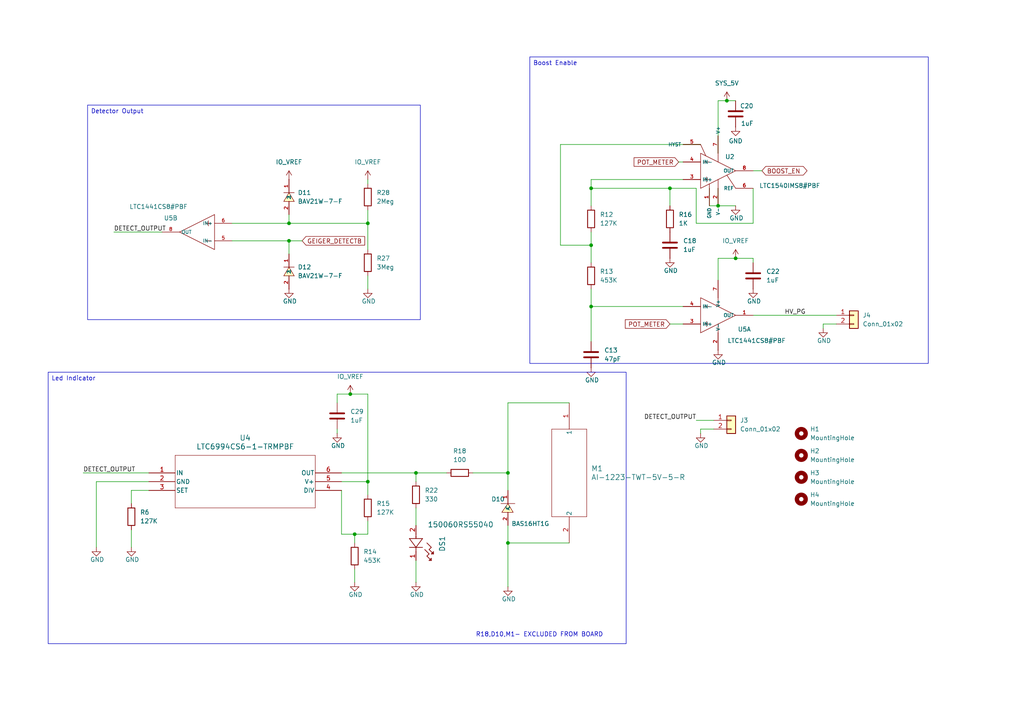
<source format=kicad_sch>
(kicad_sch (version 20250114) (generator "eeschema") (generator_version "9.0")
  (paper "A4")
  (title_block (title "High Voltage Power Supply") (date "2025-12-20") (rev "V1.1"))
  (lib_symbols
    (symbol "AI-1223-TWT-5V-5-R:AI-1223-TWT-5V-5-R" (pin_names (offset 0.254))
      (property "Reference" "U" (at 20.32 10.16 0))
      (property "Value" "AI-1223-TWT-5V-5-R" (at 20.32 7.62 0))
      (symbol "AI-1223-TWT-5V-5-R_0_1"
        (polyline (pts (xy 7.62 5.08) (xy 7.62 -5.08)) (stroke (width 0.127)))
        (polyline (pts (xy 7.62 -5.08) (xy 33.02 -5.08)) (stroke (width 0.127)))
        (polyline (pts (xy 33.02 5.08) (xy 7.62 5.08)) (stroke (width 0.127)))
        (polyline (pts (xy 33.02 -5.08) (xy 33.02 5.08)) (stroke (width 0.127)))
        (pin unspecified line (at 0 0 0) (length 7.62) (name "1") (number "1"))
        (pin unspecified line (at 40.64 0 180) (length 7.62) (name "2") (number "2"))
      )
    )
    (symbol "BAS16HT1G:BAS16HT1G"
      (property "Reference" "D" (at 0 1.27 0))
      (property "Value" "BAS16HT1G" (at 0 -2.54 0))
      (symbol "BAS16HT1G_0_1"
        (polyline (pts (xy -1.27 -2.032) (xy -1.27 2.032)))
        (polyline (pts (xy 1.27 1.524) (xy -1.27 0) (xy 1.27 -1.778) (xy 1.27 1.524)) (fill (type background)))
      )
      (symbol "BAS16HT1G_1_1"
        (pin passive line (at -5.08 0 0) (length 3.81) (name "C") (number "1"))
        (pin passive line (at 5.08 0 180) (length 3.81) (name "A") (number "2"))
      )
    )
    (symbol "BAV21W-7-F:BAV21W-7-F"
      (property "Reference" "D" (at 0 1.27 0))
      (property "Value" "BAV21W-7-F" (at 0 -2.54 0))
      (symbol "BAV21W-7-F_0_1"
        (polyline (pts (xy -1.27 -1.524) (xy -1.27 1.524)))
        (polyline (pts (xy 1.27 1.524) (xy -1.27 0) (xy 1.27 -1.524) (xy 1.27 1.524)) (fill (type background)))
      )
      (symbol "BAV21W-7-F_1_1"
        (pin passive line (at -5.08 0 0) (length 3.81) (name "1") (number "1"))
        (pin passive line (at 5.08 0 180) (length 3.81) (name "2") (number "2"))
      )
    )
    (symbol "Connector_Generic:Conn_01x02" (pin_names (offset 1.016) (hide yes))
      (property "Reference" "J" (at 0 2.54 0))
      (property "Value" "Conn_01x02" (at 0 -5.08 0))
      (symbol "Conn_01x02_1_1"
        (rectangle (start -1.27 1.27) (end 1.27 -3.81) (stroke (width 0.254)) (fill (type background)))
        (rectangle (start -1.27 0.127) (end 0 -0.127) (stroke (width 0.1524)))
        (rectangle (start -1.27 -2.413) (end 0 -2.667) (stroke (width 0.1524)))
        (pin passive line (at -5.08 0 0) (length 3.81) (name "Pin_1") (number "1"))
        (pin passive line (at -5.08 -2.54 0) (length 3.81) (name "Pin_2") (number "2"))
      )
    )
    (symbol "Device:C" (pin_numbers (hide yes)) (pin_names (offset 0.254))
      (property "Reference" "C" (at 0.635 2.54 0))
      (property "Value" "C" (at 0.635 -2.54 0))
      (symbol "C_0_1"
        (polyline (pts (xy -2.032 0.762) (xy 2.032 0.762)) (stroke (width 0.508)))
        (polyline (pts (xy -2.032 -0.762) (xy 2.032 -0.762)) (stroke (width 0.508)))
      )
      (symbol "C_1_1"
        (pin passive line (at 0 3.81 270) (length 2.794) (name "~") (number "1"))
        (pin passive line (at 0 -3.81 90) (length 2.794) (name "~") (number "2"))
      )
    )
    (symbol "Device:R" (pin_numbers (hide yes)) (pin_names (offset 0))
      (property "Reference" "R" (at 2.032 0 90))
      (property "Value" "R" (at 0 0 90))
      (symbol "R_0_1"
        (rectangle (start -1.016 -2.54) (end 1.016 2.54) (stroke (width 0.254)))
      )
      (symbol "R_1_1"
        (pin passive line (at 0 3.81 270) (length 1.27) (name "~") (number "1"))
        (pin passive line (at 0 -3.81 90) (length 1.27) (name "~") (number "2"))
      )
    )
    (symbol "LTC1441CS8#PBF:LTC1441CS8#PBF"
      (property "Reference" "U12" (at 7.62 -4.064 0))
      (property "Value" "LTC1441CS8#PBF" (at 11.176 -7.366 0))
      (symbol "LTC1441CS8#PBF_1_1"
        (polyline (pts (xy -5.08 -5.08) (xy 5.08 0) (xy -5.08 5.08) (xy -5.08 -5.08)))
        (polyline (pts (xy -4.064 2.54) (xy -2.54 2.54)))
        (polyline (pts (xy -4.064 -2.54) (xy -2.54 -2.54)))
        (polyline (pts (xy -3.302 -1.778) (xy -3.302 -3.302)))
        (polyline (pts (xy 0 5.08) (xy 0 2.54)))
        (polyline (pts (xy 0 -2.54) (xy 0 -5.08)))
        (pin input line (at -10.16 2.54 0) (length 5.08) (name "IN-") (number "4"))
        (pin input line (at -10.16 -2.54 0) (length 5.08) (name "IN+") (number "3"))
        (pin power_in line (at 0 10.16 270) (length 5.08) (name "V+") (number "7"))
        (pin power_in line (at 0 -10.16 90) (length 5.08) (name "V-") (number "2"))
        (pin output line (at 10.16 0 180) (length 5.08) (name "OUT") (number "1"))
      )
      (symbol "LTC1441CS8#PBF_2_1"
        (polyline (pts (xy -5.08 -5.08) (xy 5.08 0) (xy -5.08 5.08) (xy -5.08 -5.08)))
        (polyline (pts (xy -4.064 2.54) (xy -2.54 2.54)))
        (polyline (pts (xy -4.064 -2.54) (xy -2.54 -2.54)))
        (polyline (pts (xy -3.302 -1.778) (xy -3.302 -3.302)))
        (pin input line (at -10.16 2.54 0) (length 5.08) (name "IN-") (number "5"))
        (pin input line (at -10.16 -2.54 0) (length 5.08) (name "IN+") (number "6"))
        (pin output line (at 10.16 0 180) (length 5.08) (name "OUT") (number "8"))
      )
    )
    (symbol "LTC1441CS8#PBF_1"
      (property "Reference" "U12" (at 7.62 -4.064 0))
      (property "Value" "LTC1441CS8#PBF" (at 11.176 -7.366 0))
      (symbol "LTC1441CS8#PBF_1_1_1"
        (polyline (pts (xy -5.08 -5.08) (xy 5.08 0) (xy -5.08 5.08) (xy -5.08 -5.08)))
        (polyline (pts (xy -4.064 2.54) (xy -2.54 2.54)))
        (polyline (pts (xy -4.064 -2.54) (xy -2.54 -2.54)))
        (polyline (pts (xy -3.302 -1.778) (xy -3.302 -3.302)))
        (polyline (pts (xy 0 5.08) (xy 0 2.54)))
        (polyline (pts (xy 0 -2.54) (xy 0 -5.08)))
        (pin input line (at -10.16 2.54 0) (length 5.08) (name "IN-") (number "4"))
        (pin input line (at -10.16 -2.54 0) (length 5.08) (name "IN+") (number "3"))
        (pin power_in line (at 0 10.16 270) (length 5.08) (name "V+") (number "7"))
        (pin power_in line (at 0 -10.16 90) (length 5.08) (name "V-") (number "2"))
        (pin output line (at 10.16 0 180) (length 5.08) (name "OUT") (number "1"))
      )
      (symbol "LTC1441CS8#PBF_1_2_1"
        (polyline (pts (xy -5.08 -5.08) (xy 5.08 0) (xy -5.08 5.08) (xy -5.08 -5.08)))
        (polyline (pts (xy -4.064 2.54) (xy -2.54 2.54)))
        (polyline (pts (xy -4.064 -2.54) (xy -2.54 -2.54)))
        (polyline (pts (xy -3.302 -1.778) (xy -3.302 -3.302)))
        (pin input line (at -10.16 2.54 0) (length 5.08) (name "IN-") (number "5"))
        (pin input line (at -10.16 -2.54 0) (length 5.08) (name "IN+") (number "6"))
        (pin output line (at 10.16 0 180) (length 5.08) (name "OUT") (number "8"))
      )
    )
    (symbol "LTC1540IMS8#PBF:LTC1540IMS8#PBF"
      (property "Reference" "U13" (at 2.032 4.064 0))
      (property "Value" "LTC1540IMS8#PBF" (at 11.938 -4.318 0))
      (symbol "LTC1540IMS8#PBF_0_1"
        (polyline (pts (xy -5.08 -5.08) (xy 5.08 0) (xy -5.08 5.08) (xy -5.08 -5.08)))
        (polyline (pts (xy -4.064 2.54) (xy -2.54 2.54)))
        (polyline (pts (xy -4.064 -2.54) (xy -2.54 -2.54)))
        (polyline (pts (xy -3.556 4.318) (xy -5.08 7.62)))
        (polyline (pts (xy -3.302 -1.778) (xy -3.302 -3.302)))
        (polyline (pts (xy -2.54 -3.81) (xy -2.54 -5.08)))
        (polyline (pts (xy 0 5.08) (xy 0 2.54)))
        (polyline (pts (xy 0 -2.54) (xy 0 -5.08)))
        (polyline (pts (xy 5.08 -5.08) (xy 2.54 -1.27)))
        (pin power_in line (at -2.54 -5.08 270) (length 5.08) (name "GND") (number "1"))
        (pin power_in line (at 0 5.08 90) (length 5.08) (name "V+") (number "7"))
        (pin power_in line (at 0 -5.08 270) (length 5.08) (name "V-") (number "2"))
        (pin output line (at 10.16 0 180) (length 5.08) (name "OUT") (number "8"))
      )
      (symbol "LTC1540IMS8#PBF_1_1"
        (pin passive line (at -10.16 2.54 0) (length 5.08) (name "IN-") (number "4"))
        (pin input line (at -10.16 -2.54 0) (length 5.08) (name "IN+") (number "3"))
        (pin input line (at -5.08 7.62 180) (length 5.08) (name "HYST") (number "5"))
        (pin input line (at 10.16 -5.08 180) (length 5.08) (name "REF") (number "6"))
      )
    )
    (symbol "LTC6994CS6:LTC6994CS6-1-TRMPBF" (pin_names (offset 0.254))
      (property "Reference" "U" (at 27.94 10.16 0))
      (property "Value" "LTC6994CS6-1-TRMPBF" (at 27.94 7.62 0))
      (symbol "LTC6994CS6-1-TRMPBF_0_1"
        (polyline (pts (xy 7.62 5.08) (xy 7.62 -10.16)) (stroke (width 0.127)))
        (polyline (pts (xy 7.62 -10.16) (xy 48.26 -10.16)) (stroke (width 0.127)))
        (polyline (pts (xy 48.26 5.08) (xy 7.62 5.08)) (stroke (width 0.127)))
        (polyline (pts (xy 48.26 -10.16) (xy 48.26 5.08)) (stroke (width 0.127)))
        (pin input line (at 0 0 0) (length 7.62) (name "IN") (number "1"))
        (pin power_in line (at 0 -2.54 0) (length 7.62) (name "GND") (number "2"))
        (pin input line (at 0 -5.08 0) (length 7.62) (name "SET") (number "3"))
        (pin output line (at 55.88 0 180) (length 7.62) (name "OUT") (number "6"))
        (pin power_in line (at 55.88 -2.54 180) (length 7.62) (name "V+") (number "5"))
        (pin input line (at 55.88 -5.08 180) (length 7.62) (name "DIV") (number "4"))
      )
    )
    (symbol "Mechanical:MountingHole" (pin_names (offset 1.016)) (exclude_from_sim yes) (in_bom no)
      (property "Reference" "H" (at 0 5.08 0))
      (property "Value" "MountingHole" (at 0 3.175 0))
      (symbol "MountingHole_0_1"
        (circle (center 0 0) (radius 1.27) (stroke (width 1.27)))
      )
    )
    (symbol "MountingHole_1" (pin_names (offset 1.016)) (exclude_from_sim yes) (in_bom no)
      (property "Reference" "H" (at 0 5.08 0))
      (property "Value" "MountingHole" (at 0 3.175 0))
      (symbol "MountingHole_1_0_1"
        (circle (center 0 0) (radius 1.27) (stroke (width 1.27)))
      )
    )
    (symbol "MountingHole_2" (pin_names (offset 1.016)) (exclude_from_sim yes) (in_bom no)
      (property "Reference" "H" (at 0 5.08 0))
      (property "Value" "MountingHole" (at 0 3.175 0))
      (symbol "MountingHole_2_0_1"
        (circle (center 0 0) (radius 1.27) (stroke (width 1.27)))
      )
    )
    (symbol "MountingHole_3" (pin_names (offset 1.016)) (exclude_from_sim yes) (in_bom no)
      (property "Reference" "H" (at 0 5.08 0))
      (property "Value" "MountingHole" (at 0 3.175 0))
      (symbol "MountingHole_3_0_1"
        (circle (center 0 0) (radius 1.27) (stroke (width 1.27)))
      )
    )
    (symbol "TLMS1000-GS08:TLMS1000-GS08" (pin_names (offset 0.254))
      (property "Reference" "LED" (at 5.08 -4.445 0))
      (property "Value" "TLMS1000-GS08" (at 5.08 -7.62 0))
      (symbol "TLMS1000-GS08_1_1"
        (polyline (pts (xy 2.54 0) (xy 3.4798 0)) (stroke (width 0.2032)))
        (polyline (pts (xy 3.175 0) (xy 3.81 0)) (stroke (width 0.2032)))
        (polyline (pts (xy 3.81 1.905) (xy 3.81 -1.905)) (stroke (width 0.2032)))
        (polyline (pts (xy 3.81 -1.905) (xy 6.35 0)) (stroke (width 0.2032)))
        (polyline (pts (xy 5.08 3.175) (xy 6.35 4.445)) (stroke (width 0.2032)))
        (polyline (pts (xy 6.35 4.445) (xy 6.985 3.81)) (stroke (width 0.2032)))
        (polyline (pts (xy 6.35 0) (xy 3.81 1.905)) (stroke (width 0.2032)))
        (polyline (pts (xy 6.35 0) (xy 7.62 0)) (stroke (width 0.2032)))
        (polyline (pts (xy 6.35 -1.905) (xy 6.35 1.905)) (stroke (width 0.2032)))
        (polyline (pts (xy 6.985 3.81) (xy 8.255 5.08)) (stroke (width 0.2032)))
        (polyline (pts (xy 6.985 2.54) (xy 8.255 3.81)) (stroke (width 0.2032)))
        (polyline (pts (xy 7.62 5.08) (xy 8.255 4.445)) (stroke (width 0.2032)))
        (polyline (pts (xy 8.255 5.08) (xy 7.62 5.08)) (stroke (width 0.2032)))
        (polyline (pts (xy 8.255 4.445) (xy 8.255 5.08)) (stroke (width 0.2032)))
        (polyline (pts (xy 8.255 3.81) (xy 8.89 3.175)) (stroke (width 0.2032)))
        (polyline (pts (xy 8.89 3.175) (xy 10.16 4.445)) (stroke (width 0.2032)))
        (polyline (pts (xy 9.525 4.445) (xy 10.16 3.81)) (stroke (width 0.2032)))
        (polyline (pts (xy 10.16 4.445) (xy 9.525 4.445)) (stroke (width 0.2032)))
        (polyline (pts (xy 10.16 3.81) (xy 10.16 4.445)) (stroke (width 0.2032)))
        (pin passive line (at 0 0 0) (length 2.54) (name "") (number "2"))
        (pin passive line (at 10.16 0 180) (length 2.54) (name "") (number "1"))
      )
      (symbol "TLMS1000-GS08_1_2"
        (polyline (pts (xy -5.08 8.255) (xy -5.08 7.62)) (stroke (width 0.2032)))
        (polyline (pts (xy -5.08 7.62) (xy -4.445 8.255)) (stroke (width 0.2032)))
        (polyline (pts (xy -4.445 10.16) (xy -4.445 9.525)) (stroke (width 0.2032)))
        (polyline (pts (xy -4.445 9.525) (xy -3.81 10.16)) (stroke (width 0.2032)))
        (polyline (pts (xy -4.445 8.255) (xy -5.08 8.255)) (stroke (width 0.2032)))
        (polyline (pts (xy -4.445 6.35) (xy -3.81 6.985)) (stroke (width 0.2032)))
        (polyline (pts (xy -3.81 10.16) (xy -4.445 10.16)) (stroke (width 0.2032)))
        (polyline (pts (xy -3.81 8.255) (xy -3.175 8.89)) (stroke (width 0.2032)))
        (polyline (pts (xy -3.81 6.985) (xy -5.08 8.255)) (stroke (width 0.2032)))
        (polyline (pts (xy -3.175 8.89) (xy -4.445 10.16)) (stroke (width 0.2032)))
        (polyline (pts (xy -3.175 5.08) (xy -4.445 6.35)) (stroke (width 0.2032)))
        (polyline (pts (xy -2.54 6.985) (xy -3.81 8.255)) (stroke (width 0.2032)))
        (polyline (pts (xy -1.905 3.81) (xy 1.905 3.81)) (stroke (width 0.2032)))
        (polyline (pts (xy 0 6.35) (xy -1.905 3.81)) (stroke (width 0.2032)))
        (polyline (pts (xy 0 6.35) (xy 0 7.62)) (stroke (width 0.2032)))
        (polyline (pts (xy 0 3.175) (xy 0 3.81)) (stroke (width 0.2032)))
        (polyline (pts (xy 0 2.54) (xy 0 3.4798)) (stroke (width 0.2032)))
        (polyline (pts (xy 1.905 6.35) (xy -1.905 6.35)) (stroke (width 0.2032)))
        (polyline (pts (xy 1.905 3.81) (xy 0 6.35)) (stroke (width 0.2032)))
        (pin unspecified line (at 0 10.16 270) (length 2.54) (name "") (number "1"))
        (pin unspecified line (at 0 0 90) (length 2.54) (name "") (number "2"))
      )
    )
    (symbol "power:GND" (power) (pin_numbers (hide yes)) (pin_names (offset 0) (hide yes))
      (property "Value" "GND" (at 0 -3.81 0))
      (symbol "GND_0_1"
        (polyline (pts (xy 0 0) (xy 0 -1.27) (xy 1.27 -1.27) (xy 0 -2.54) (xy -1.27 -1.27) (xy 0 -1.27)))
      )
      (symbol "GND_1_1"
        (pin power_in line (at 0 0 270) (length 0) (name "~") (number "1"))
      )
    )
    (symbol "power:VCC" (power) (pin_numbers (hide yes)) (pin_names (offset 0) (hide yes))
      (property "Value" "VCC" (at 0 3.556 0))
      (symbol "VCC_0_1"
        (polyline (pts (xy -0.762 1.27) (xy 0 2.54)))
        (polyline (pts (xy 0 2.54) (xy 0.762 1.27)))
        (polyline (pts (xy 0 0) (xy 0 2.54)))
      )
      (symbol "VCC_1_1"
        (pin power_in line (at 0 0 90) (length 0) (name "~") (number "1"))
      )
    )
  )
  (text "R18,D10,M1- EXCLUDED FROM BOARD" (at 156.464 184.15 0) (effects (font (size 1.27 1.27))))
  (text_box "Detector Output" (at 25.4 30.48 0) (size 96.52 62.23) (margins 0.9525 0.9525 0.9525 0.9525) (effects (font (size 1.27 1.27)) (justify left top)))
  (text_box "Boost Enable" (at 153.67 16.51 0) (size 115.57 88.9) (margins 0.9525 0.9525 0.9525 0.9525) (effects (font (size 1.27 1.27)) (justify left top)))
  (text_box "Led Indicator" (at 13.97 107.95 0) (size 167.64 78.74) (margins 0.9525 0.9525 0.9525 0.9525) (effects (font (size 1.27 1.27)) (justify left top)))
  (junction (at 106.68 64.77))
  (junction (at 213.36 74.93))
  (junction (at 101.6 114.3))
  (junction (at 171.45 71.12))
  (junction (at 194.31 54.61))
  (junction (at 83.82 69.85))
  (junction (at 120.65 137.16))
  (junction (at 147.32 157.48))
  (junction (at 171.45 54.61))
  (junction (at 171.45 88.9))
  (junction (at 102.87 154.94))
  (junction (at 210.82 29.21))
  (junction (at 106.68 139.7))
  (junction (at 83.82 64.77))
  (junction (at 208.28 59.69))
  (junction (at 147.32 137.16))
  (wire (pts (xy 194.31 93.98) (xy 198.12 93.98)))
  (wire (pts (xy 106.68 60.96) (xy 106.68 64.77)))
  (wire (pts (xy 171.45 88.9) (xy 171.45 99.06)))
  (wire (pts (xy 97.79 114.3) (xy 101.6 114.3)))
  (wire (pts (xy 205.74 54.61) (xy 205.74 59.69)))
  (wire (pts (xy 208.28 29.21) (xy 210.82 29.21)))
  (wire (pts (xy 238.76 95.25) (xy 238.76 93.98)))
  (wire (pts (xy 171.45 52.07) (xy 171.45 54.61)))
  (wire (pts (xy 106.68 83.82) (xy 106.68 80.01)))
  (wire (pts (xy 203.2 41.91) (xy 162.56 41.91)))
  (wire (pts (xy 147.32 116.84) (xy 147.32 137.16)))
  (wire (pts (xy 83.82 64.77) (xy 106.68 64.77)))
  (wire (pts (xy 147.32 137.16) (xy 147.32 142.24)))
  (wire (pts (xy 218.44 74.93) (xy 218.44 76.2)))
  (wire (pts (xy 208.28 54.61) (xy 208.28 59.69)))
  (wire (pts (xy 162.56 41.91) (xy 162.56 71.12)))
  (wire (pts (xy 99.06 154.94) (xy 102.87 154.94)))
  (wire (pts (xy 102.87 154.94) (xy 102.87 157.48)))
  (wire (pts (xy 194.31 54.61) (xy 171.45 54.61)))
  (wire (pts (xy 106.68 64.77) (xy 106.68 72.39)))
  (wire (pts (xy 106.68 143.51) (xy 106.68 139.7)))
  (wire (pts (xy 208.28 44.45) (xy 208.28 29.21)))
  (wire (pts (xy 201.93 54.61) (xy 194.31 54.61)))
  (wire (pts (xy 218.44 91.44) (xy 242.57 91.44)))
  (wire (pts (xy 83.82 69.85) (xy 87.63 69.85)))
  (wire (pts (xy 198.12 52.07) (xy 171.45 52.07)))
  (wire (pts (xy 33.02 67.31) (xy 46.99 67.31)))
  (wire (pts (xy 210.82 29.21) (xy 213.36 29.21)))
  (wire (pts (xy 43.18 137.16) (xy 24.13 137.16)))
  (wire (pts (xy 67.31 64.77) (xy 83.82 64.77)))
  (wire (pts (xy 38.1 158.75) (xy 38.1 153.67)))
  (wire (pts (xy 83.82 69.85) (xy 83.82 73.66)))
  (wire (pts (xy 203.2 125.73) (xy 203.2 124.46)))
  (wire (pts (xy 208.28 74.93) (xy 213.36 74.93)))
  (wire (pts (xy 83.82 62.23) (xy 83.82 64.77)))
  (wire (pts (xy 218.44 49.53) (xy 220.98 49.53)))
  (wire (pts (xy 147.32 157.48) (xy 147.32 170.18)))
  (wire (pts (xy 194.31 54.61) (xy 194.31 59.69)))
  (wire (pts (xy 171.45 71.12) (xy 171.45 76.2)))
  (wire (pts (xy 120.65 137.16) (xy 129.54 137.16)))
  (wire (pts (xy 102.87 165.1) (xy 102.87 168.91)))
  (wire (pts (xy 38.1 142.24) (xy 43.18 142.24)))
  (wire (pts (xy 102.87 154.94) (xy 106.68 154.94)))
  (wire (pts (xy 27.94 139.7) (xy 27.94 158.75)))
  (wire (pts (xy 208.28 81.28) (xy 208.28 74.93)))
  (wire (pts (xy 120.65 147.32) (xy 120.65 152.4)))
  (wire (pts (xy 147.32 157.48) (xy 165.1 157.48)))
  (wire (pts (xy 171.45 67.31) (xy 171.45 71.12)))
  (wire (pts (xy 38.1 146.05) (xy 38.1 142.24)))
  (wire (pts (xy 106.68 154.94) (xy 106.68 151.13)))
  (wire (pts (xy 43.18 139.7) (xy 27.94 139.7)))
  (wire (pts (xy 171.45 54.61) (xy 171.45 59.69)))
  (wire (pts (xy 101.6 114.3) (xy 106.68 114.3)))
  (wire (pts (xy 137.16 137.16) (xy 147.32 137.16)))
  (wire (pts (xy 67.31 69.85) (xy 83.82 69.85)))
  (wire (pts (xy 203.2 124.46) (xy 207.01 124.46)))
  (wire (pts (xy 106.68 52.07) (xy 106.68 53.34)))
  (wire (pts (xy 106.68 139.7) (xy 99.06 139.7)))
  (wire (pts (xy 106.68 114.3) (xy 106.68 139.7)))
  (wire (pts (xy 238.76 93.98) (xy 242.57 93.98)))
  (wire (pts (xy 120.65 162.56) (xy 120.65 168.91)))
  (wire (pts (xy 213.36 74.93) (xy 218.44 74.93)))
  (wire (pts (xy 99.06 137.16) (xy 120.65 137.16)))
  (wire (pts (xy 162.56 71.12) (xy 171.45 71.12)))
  (wire (pts (xy 201.93 64.77) (xy 201.93 54.61)))
  (wire (pts (xy 97.79 116.84) (xy 97.79 114.3)))
  (wire (pts (xy 147.32 152.4) (xy 147.32 157.48)))
  (wire (pts (xy 171.45 83.82) (xy 171.45 88.9)))
  (wire (pts (xy 171.45 88.9) (xy 198.12 88.9)))
  (wire (pts (xy 196.85 46.99) (xy 198.12 46.99)))
  (wire (pts (xy 205.74 59.69) (xy 208.28 59.69)))
  (wire (pts (xy 218.44 64.77) (xy 201.93 64.77)))
  (wire (pts (xy 201.93 121.92) (xy 207.01 121.92)))
  (wire (pts (xy 147.32 116.84) (xy 165.1 116.84)))
  (wire (pts (xy 208.28 59.69) (xy 213.36 59.69)))
  (wire (pts (xy 97.79 124.46) (xy 97.79 125.73)))
  (wire (pts (xy 120.65 137.16) (xy 120.65 139.7)))
  (wire (pts (xy 99.06 142.24) (xy 99.06 154.94)))
  (wire (pts (xy 218.44 54.61) (xy 218.44 64.77)))
  (label "DETECT_OUTPUT" (at 201.93 121.92 180))
  (label "DETECT_OUTPUT" (at 33.02 67.31 0))
  (label "HV_PG" (at 233.68 91.44 180))
  (label "DETECT_OUTPUT" (at 24.13 137.16 0))
  (global_label "BOOST_EN" (shape bidirectional) (at 220.98 49.53 0) (property "Intersheetrefs" "${INTERSHEET_REFS}" (effects (hide yes))))
  (global_label "POT_METER" (shape input) (at 196.85 46.99 180) (property "Intersheetrefs" "${INTERSHEET_REFS}" (effects (hide yes))))
  (global_label "GEIGER_DETECTB" (shape input) (at 87.63 69.85 0) (property "Intersheetrefs" "${INTERSHEET_REFS}" (effects (hide yes))))
  (global_label "POT_METER" (shape input) (at 194.31 93.98 180) (property "Intersheetrefs" "${INTERSHEET_REFS}" (effects (hide yes))))
  (symbol (lib_id "LTC1441CS8#PBF:LTC1441CS8#PBF") (at 57.15 67.31 180) (unit 2)
    (property "Reference" "U5" (at 49.53 63.246 0))
    (property "Value" "LTC1441CS8#PBF" (at 45.974 59.944 0))
    (property "Footprint" "HV_POWER_SUPPLY:SOIC-8_L4.9-W3.8-P1.27-LS6.0-BL" (effects (hide yes)))
    (property "Datasheet" "https://atta.szlcsc.com/upload/public/pdf/source/20210703/A3C73F1B2E1D5A8F6D2D2CCF768D6647.pdf" (effects (hide yes)))
    (property "Description" "10mV TTL、CMOS SOIC-8 Comparators" (effects (hide yes)))
    (property "LCSC" "C675522" (effects (hide yes)))
    (property "Package" "SOIC-8" (effects (hide yes)))
    (property "manufacturer Part Number" "LTC1441CS8#PBF" (effects (hide yes)))
    (property "Digikey part number" "LTC1441CS8#PBF-ND" (effects (hide yes)))
    (property "Manufacturer" "Analog Devices" (effects (hide yes)))
  )
  (symbol (lib_id "power:GND") (at 213.36 36.83 0) (unit 1)
    (property "Reference" "#PWR022" (effects (hide yes)))
    (property "Value" "GND" (at 213.36 40.894 0))
    (property "Description" "Power symbol creates a global label with name \"GND\" , ground" (effects (hide yes)))
  )
  (symbol (lib_id "power:GND") (at 83.82 83.82 0) (unit 1)
    (property "Reference" "#PWR017" (effects (hide yes)))
    (property "Value" "GND" (at 84.074 87.376 0))
    (property "Description" "Power symbol creates a global label with name \"GND\" , ground" (effects (hide yes)))
  )
  (symbol (lib_id "power:GND") (at 106.68 83.82 0) (unit 1)
    (property "Reference" "#PWR015" (effects (hide yes)))
    (property "Value" "GND" (at 106.934 87.376 0))
    (property "Description" "Power symbol creates a global label with name \"GND\" , ground" (effects (hide yes)))
  )
  (symbol (lib_id "Device:R") (at 171.45 63.5 0) (unit 1)
    (property "Reference" "R12" (at 173.99 62.2299 0) (effects (justify left)))
    (property "Value" "127K" (at 173.99 64.7699 0) (effects (justify left)))
    (property "Footprint" "Resistor_SMD:R_0603_1608Metric" (effects (hide yes)))
    (property "Description" "127kΩ 75V Thick Film Resistor ±1% ±100ppm/℃ 0603" (effects (hide yes)))
    (property "Package" "0603" (effects (hide yes)))
    (property "manufacturer Part Number" "RC0603FR-07127KL" (effects (hide yes)))
    (property "LCSC" "C245905" (effects (hide yes)))
    (property "Manufacturer" "YAGEO" (effects (hide yes)))
  )
  (symbol (lib_id "Device:R") (at 171.45 80.01 0) (unit 1)
    (property "Reference" "R13" (at 173.99 78.7399 0) (effects (justify left)))
    (property "Value" "453K" (at 173.99 81.2799 0) (effects (justify left)))
    (property "Footprint" "Resistor_SMD:R_0603_1608Metric" (effects (hide yes)))
    (property "Description" "453kΩ 75V Thick Film Resistor ±1% ±100ppm/℃ 0603 100mW" (effects (hide yes)))
    (property "Package" "0603" (effects (hide yes)))
    (property "manufacturer Part Number" "RC0603FR-07453KL" (effects (hide yes)))
    (property "LCSC" "C273765" (effects (hide yes)))
    (property "Manufacturer" "YAGEO" (effects (hide yes)))
  )
  (symbol (lib_id "Device:C") (at 213.36 33.02 0) (unit 1)
    (property "Reference" "C20" (at 214.63 30.734 0) (effects (justify left)))
    (property "Value" "1uF" (at 214.884 35.814 0) (effects (justify left)))
    (property "Footprint" "Capacitor_SMD:C_0603_1608Metric" (effects (hide yes)))
    (property "Description" "16V 1uF X7R ±10% 0603" (effects (hide yes)))
    (property "LCSC" "C4153100" (effects (hide yes)))
    (property "Package" "0603" (effects (hide yes)))
    (property "manufacturer Part Number" "0603YC105KAT2A" (effects (hide yes)))
    (property "Manufacturer" "AVX" (effects (hide yes)))
  )
  (symbol (lib_id "power:GND") (at 218.44 83.82 0) (unit 1)
    (property "Reference" "#PWR026" (effects (hide yes)))
    (property "Value" "GND" (at 218.694 87.376 0))
    (property "Description" "Power symbol creates a global label with name \"GND\" , ground" (effects (hide yes)))
  )
  (symbol (lib_id "power:GND") (at 208.28 101.6 0) (unit 1)
    (property "Reference" "#PWR028" (effects (hide yes)))
    (property "Value" "GND" (at 208.534 105.156 0))
    (property "Description" "Power symbol creates a global label with name \"GND\" , ground" (effects (hide yes)))
  )
  (symbol (lib_id "Device:R") (at 120.65 143.51 0) (unit 1)
    (property "Reference" "R22" (at 123.19 142.2399 0) (effects (justify left)))
    (property "Value" "330" (at 123.19 144.7799 0) (effects (justify left)))
    (property "Footprint" "Resistor_SMD:R_0603_1608Metric" (effects (hide yes)))
    (property "Description" "330Ω 75V Thick Film Resistor ±100ppm/℃ ±5% 0603 100mW" (effects (hide yes)))
    (property "Package" "0603" (effects (hide yes)))
    (property "manufacturer Part Number" "0603WAJ0331T5E" (effects (hide yes)))
    (property "LCSC" "C25231" (effects (hide yes)))
    (property "Manufacturer" "UNI-ROYAL" (effects (hide yes)))
  )
  (symbol (lib_id "power:GND") (at 194.31 74.93 0) (unit 1)
    (property "Reference" "#PWR019" (effects (hide yes)))
    (property "Value" "GND" (at 194.564 78.486 0))
    (property "Description" "Power symbol creates a global label with name \"GND\" , ground" (effects (hide yes)))
  )
  (symbol (lib_id "Device:C") (at 194.31 71.12 0) (unit 1)
    (property "Reference" "C18" (at 198.12 69.8499 0) (effects (justify left)))
    (property "Value" "1uF" (at 198.12 72.3899 0) (effects (justify left)))
    (property "Footprint" "Capacitor_SMD:C_0603_1608Metric" (effects (hide yes)))
    (property "Description" "16V 1uF X7R ±10% 0603" (effects (hide yes)))
    (property "LCSC" "C4153100" (effects (hide yes)))
    (property "Package" "0603" (effects (hide yes)))
    (property "manufacturer Part Number" "0603YC105KAT2A" (effects (hide yes)))
    (property "Manufacturer" "AVX" (effects (hide yes)))
  )
  (symbol (lib_id "Mechanical:MountingHole") (at 232.41 144.78 0) (unit 1) (exclude_from_sim yes) (in_bom no)
    (property "Reference" "H4" (at 234.95 143.5099 0) (effects (justify left)))
    (property "Value" "MountingHole" (at 234.95 146.0499 0) (effects (justify left)))
    (property "Footprint" "MountingHole:MountingHole_3.2mm_M3" (effects (hide yes)))
    (property "Description" "Mounting Hole without connection" (effects (hide yes)))
  )
  (symbol (lib_id "Device:C") (at 171.45 102.87 0) (unit 1)
    (property "Reference" "C13" (at 175.26 101.5999 0) (effects (justify left)))
    (property "Value" "47pF" (at 175.26 104.1399 0) (effects (justify left)))
    (property "Footprint" "Capacitor_SMD:C_0603_1608Metric" (effects (hide yes)))
    (property "Description" "47pF 50V X7R ±10% 0603" (effects (hide yes)))
    (property "LCSC" "C2169937" (effects (hide yes)))
    (property "Package" "0603" (effects (hide yes)))
    (property "manufacturer Part Number" " C0603C470K5RACAUTO" (effects (hide yes)))
    (property "Manufacturer" "KEMET" (effects (hide yes)))
  )
  (symbol (lib_name "MountingHole_3") (lib_id "Mechanical:MountingHole") (at 232.41 125.73 0) (unit 1) (exclude_from_sim yes) (in_bom no)
    (property "Reference" "H1" (at 234.95 124.4599 0) (effects (justify left)))
    (property "Value" "MountingHole" (at 234.95 126.9999 0) (effects (justify left)))
    (property "Footprint" "MountingHole:MountingHole_3.2mm_M3" (effects (hide yes)))
    (property "Description" "Mounting Hole without connection" (effects (hide yes)))
  )
  (symbol (lib_id "power:GND") (at 38.1 158.75 0) (unit 1)
    (property "Reference" "#PWR031" (effects (hide yes)))
    (property "Value" "GND" (at 38.354 162.306 0))
    (property "Description" "Power symbol creates a global label with name \"GND\" , ground" (effects (hide yes)))
  )
  (symbol (lib_id "Device:R") (at 38.1 149.86 0) (unit 1)
    (property "Reference" "R6" (at 40.64 148.5899 0) (effects (justify left)))
    (property "Value" "127K" (at 40.64 151.1299 0) (effects (justify left)))
    (property "Footprint" "Resistor_SMD:R_0603_1608Metric" (effects (hide yes)))
    (property "Description" "127kΩ 75V Thick Film Resistor ±1% ±100ppm/℃ 0603" (effects (hide yes)))
    (property "Package" "0603" (effects (hide yes)))
    (property "manufacturer Part Number" "RC0603FR-07127KL" (effects (hide yes)))
    (property "LCSC" "C245905" (effects (hide yes)))
    (property "Manufacturer" "YAGEO" (effects (hide yes)))
  )
  (symbol (lib_id "Device:R") (at 133.35 137.16 90) (unit 1) (in_bom no) (on_board no)
    (property "Reference" "R18" (at 133.35 130.81 90))
    (property "Value" "100" (at 133.35 133.35 90))
    (property "Footprint" "Resistor_SMD:R_0603_1608Metric" (effects (hide yes)))
    (property "Description" "Resistor" (effects (hide yes)))
    (property "Package" "0805" (effects (hide yes)))
    (property "manufacturer Part Number" "0805W8F1000T5E" (effects (hide yes)))
    (property "LCSC" "C17408" (effects (hide yes)))
  )
  (symbol (lib_id "Device:R") (at 106.68 147.32 0) (unit 1)
    (property "Reference" "R15" (at 109.22 146.0499 0) (effects (justify left)))
    (property "Value" "127K" (at 109.22 148.5899 0) (effects (justify left)))
    (property "Footprint" "Resistor_SMD:R_0603_1608Metric" (effects (hide yes)))
    (property "Description" "127kΩ 75V Thick Film Resistor ±1% ±100ppm/℃ 0603" (effects (hide yes)))
    (property "Package" "0603" (effects (hide yes)))
    (property "manufacturer Part Number" "RC0603FR-07127KL" (effects (hide yes)))
    (property "LCSC" "C245905" (effects (hide yes)))
    (property "Manufacturer" "YAGEO" (effects (hide yes)))
  )
  (symbol (lib_id "AI-1223-TWT-5V-5-R:AI-1223-TWT-5V-5-R") (at 165.1 116.84 270) (unit 1) (in_bom no) (on_board no)
    (property "Reference" "M1" (at 171.45 135.8899 90) (effects (font (size 1.524 1.524)) (justify left)))
    (property "Value" "AI-1223-TWT-5V-5-R" (at 171.45 138.4299 90) (effects (font (size 1.524 1.524)) (justify left)))
    (property "Footprint" "HV_POWER_SUPPLY:AI-1223-TWT-5V-5-R_PUI" (effects (hide yes)))
    (property "Datasheet" "AI-1223-TWT-5V-5-R" (effects (hide yes)))
    (property "Package" "BUZ-TH" (effects (hide yes)))
    (property "manufacturer Part Number" "AI-1223-TWT-5V-5-R" (effects (hide yes)))
    (property "LCSC" "C5250722" (effects (hide yes)))
    (property "Digikey part number" "668-1458-ND" (effects (hide yes)))
  )
  (symbol (lib_id "power:VCC") (at 106.68 52.07 0) (unit 1)
    (property "Reference" "#PWR016" (effects (hide yes)))
    (property "Value" "IO_VREF" (at 106.68 46.99 0))
    (property "Description" "Power symbol creates a global label with name \"VCC\"" (effects (hide yes)))
  )
  (symbol (lib_id "power:VCC") (at 83.82 52.07 0) (unit 1)
    (property "Reference" "#PWR014" (effects (hide yes)))
    (property "Value" "IO_VREF" (at 83.82 46.99 0))
    (property "Description" "Power symbol creates a global label with name \"VCC\"" (effects (hide yes)))
  )
  (symbol (lib_id "power:GND") (at 102.87 168.91 0) (unit 1)
    (property "Reference" "#PWR032" (effects (hide yes)))
    (property "Value" "GND" (at 103.124 172.466 0))
    (property "Description" "Power symbol creates a global label with name \"GND\" , ground" (effects (hide yes)))
  )
  (symbol (lib_id "power:GND") (at 120.65 168.91 0) (unit 1)
    (property "Reference" "#PWR033" (effects (hide yes)))
    (property "Value" "GND" (at 120.904 172.466 0))
    (property "Description" "Power symbol creates a global label with name \"GND\" , ground" (effects (hide yes)))
  )
  (symbol (lib_id "Device:C") (at 97.79 120.65 0) (unit 1)
    (property "Reference" "C29" (at 101.6 119.3799 0) (effects (justify left)))
    (property "Value" "1uF" (at 101.6 121.9199 0) (effects (justify left)))
    (property "Footprint" "Capacitor_SMD:C_0603_1608Metric" (effects (hide yes)))
    (property "Description" "16V 1uF X7R ±10% 0603" (effects (hide yes)))
    (property "LCSC" "C4153100" (effects (hide yes)))
    (property "Package" "0603" (effects (hide yes)))
    (property "manufacturer Part Number" "0603YC105KAT2A" (effects (hide yes)))
    (property "Manufacturer" "AVX" (effects (hide yes)))
  )
  (symbol (lib_id "power:VCC") (at 210.82 29.21 0) (unit 1)
    (property "Reference" "#PWR029" (effects (hide yes)))
    (property "Value" "SYS_5V" (at 210.82 24.13 0))
    (property "Description" "Power symbol creates a global label with name \"VCC\"" (effects (hide yes)))
  )
  (symbol (lib_id "BAV21W-7-F:BAV21W-7-F") (at 83.82 78.74 270) (unit 1)
    (property "Reference" "D12" (at 86.36 77.4699 90) (effects (justify left)))
    (property "Value" "BAV21W-7-F" (at 86.36 80.0099 90) (effects (justify left)))
    (property "Footprint" "HV_POWER_SUPPLY:SOD-123_L2.8-W1.8-LS3.7-RD" (effects (hide yes)))
    (property "Datasheet" "https://item.szlcsc.com/301422.html" (effects (hide yes)))
    (property "Description" "1.25V@200mA 200V 200mA 250mW 50ns  SOD-123 Switching Diodes" (effects (hide yes)))
    (property "LCSC" "C155214" (effects (hide yes)))
    (property "Package" "SOD-123" (effects (hide yes)))
    (property "manufacturer Part Number" "BAV21WS-7-F" (effects (hide yes)))
    (property "Manufacturer" "Diodes Incorporated" (effects (hide yes)))
  )
  (symbol (lib_id "power:GND") (at 147.32 170.18 0) (unit 1)
    (property "Reference" "#PWR036" (effects (hide yes)))
    (property "Value" "GND" (at 147.574 173.736 0))
    (property "Description" "Power symbol creates a global label with name \"GND\" , ground" (effects (hide yes)))
  )
  (symbol (lib_id "power:GND") (at 238.76 95.25 0) (unit 1)
    (property "Reference" "#PWR038" (effects (hide yes)))
    (property "Value" "GND" (at 239.014 98.806 0))
    (property "Description" "Power symbol creates a global label with name \"GND\" , ground" (effects (hide yes)))
  )
  (symbol (lib_id "Connector_Generic:Conn_01x02") (at 247.65 91.44 0) (unit 1)
    (property "Reference" "J4" (at 250.19 91.4399 0) (effects (justify left)))
    (property "Value" "Conn_01x02" (at 250.19 93.9799 0) (effects (justify left)))
    (property "Footprint" "Connector_PinHeader_2.54mm:PinHeader_1x02_P2.54mm_Vertical" (effects (hide yes)))
    (property "Description" "P=2.54mm Pin Headers" (effects (hide yes)))
    (property "Package" "Plugin,P=2.54mm" (effects (hide yes)))
    (property "manufacturer Part Number" "PH1-02-UA" (effects (hide yes)))
    (property "LCSC" "C5828287" (effects (hide yes)))
    (property "Manufacturer" "ADAM TECH" (effects (hide yes)))
  )
  (symbol (lib_id "power:GND") (at 27.94 158.75 0) (unit 1)
    (property "Reference" "#PWR037" (effects (hide yes)))
    (property "Value" "GND" (at 28.194 162.306 0))
    (property "Description" "Power symbol creates a global label with name \"GND\" , ground" (effects (hide yes)))
  )
  (symbol (lib_id "Device:R") (at 102.87 161.29 0) (unit 1)
    (property "Reference" "R14" (at 105.41 160.0199 0) (effects (justify left)))
    (property "Value" "453K" (at 105.41 162.5599 0) (effects (justify left)))
    (property "Footprint" "Resistor_SMD:R_0603_1608Metric" (effects (hide yes)))
    (property "Description" "453kΩ 75V Thick Film Resistor ±1% ±100ppm/℃ 0603 100mW" (effects (hide yes)))
    (property "Package" "0603" (effects (hide yes)))
    (property "manufacturer Part Number" "RC0603FR-07453KL" (effects (hide yes)))
    (property "LCSC" "C273765" (effects (hide yes)))
    (property "Manufacturer" "YAGEO" (effects (hide yes)))
  )
  (symbol (lib_id "LTC6994CS6:LTC6994CS6-1-TRMPBF") (at 43.18 137.16 0) (unit 1)
    (property "Reference" "U4" (at 71.12 127 0) (effects (font (size 1.524 1.524))))
    (property "Value" "LTC6994CS6-1-TRMPBF" (at 71.12 129.54 0) (effects (font (size 1.524 1.524))))
    (property "Footprint" "HV_POWER_SUPPLY:TSOT-23_S6_LIT" (effects (hide yes)))
    (property "Datasheet" "LTC6994CS6-1-TRMPBF" (effects (hide yes)))
    (property "Description" "2.25V~5.5V TSOT-23-6 Time Delays ROHS" (effects (hide yes)))
    (property "Package" "TSOT-23-6" (effects (hide yes)))
    (property "manufacturer Part Number" "LTC6994CS6-1#TRMPBF" (effects (hide yes)))
    (property "LCSC" "C581050" (effects (hide yes)))
    (property "Manufacturer" "Analog Devices\n" (effects (hide yes)))
  )
  (symbol (lib_id "LTC1540IMS8#PBF:LTC1540IMS8#PBF") (at 208.28 49.53 0) (unit 1)
    (property "Reference" "U2" (at 210.312 45.466 0) (effects (justify left)))
    (property "Value" "LTC1540IMS8#PBF" (at 220.218 53.848 0) (effects (justify left)))
    (property "Footprint" "HV_POWER_SUPPLY:MSOP-8_L3.0-W3.0-P0.65-LS4.9-BL" (effects (hide yes)))
    (property "Datasheet" "https://www2.renesas.cn/cn/zh/document/dst/isl32430e-isl32432e-isl32433e-isl32435e-isl32437e-datasheet?r=531591" (effects (hide yes)))
    (property "Description" "300nA 50mV 60us TTL、CMOS MSOP-8 Comparators" (effects (hide yes)))
    (property "LCSC" "C580397" (effects (hide yes)))
    (property "Package" "MSOP-8" (effects (hide yes)))
    (property "manufacturer Part Number" "LTC1540IMS8#PBF" (effects (hide yes)))
    (property "Digikey part number" "LTC1540IMS8#PBF-ND" (effects (hide yes)))
    (property "Manufacturer" "Analog Devices" (effects (hide yes)))
  )
  (symbol (lib_id "power:VCC") (at 213.36 74.93 0) (unit 1)
    (property "Reference" "#PWR027" (effects (hide yes)))
    (property "Value" "IO_VREF" (at 213.36 69.85 0))
    (property "Description" "Power symbol creates a global label with name \"VCC\"" (effects (hide yes)))
  )
  (symbol (lib_id "BAV21W-7-F:BAV21W-7-F") (at 83.82 57.15 270) (unit 1)
    (property "Reference" "D11" (at 86.36 55.8799 90) (effects (justify left)))
    (property "Value" "BAV21W-7-F" (at 86.36 58.4199 90) (effects (justify left)))
    (property "Footprint" "HV_POWER_SUPPLY:SOD-123_L2.8-W1.8-LS3.7-RD" (effects (hide yes)))
    (property "Datasheet" "https://item.szlcsc.com/301422.html" (effects (hide yes)))
    (property "Description" "1.25V@200mA 200V 200mA 250mW 50ns  SOD-123 Switching Diodes" (effects (hide yes)))
    (property "LCSC" "C155214" (effects (hide yes)))
    (property "Package" "SOD-123" (effects (hide yes)))
    (property "manufacturer Part Number" "BAV21WS-7-F" (effects (hide yes)))
    (property "Manufacturer" "Diodes Incorporated" (effects (hide yes)))
  )
  (symbol (lib_id "power:GND") (at 171.45 106.68 0) (unit 1)
    (property "Reference" "#PWR018" (effects (hide yes)))
    (property "Value" "GND" (at 171.704 110.236 0))
    (property "Description" "Power symbol creates a global label with name \"GND\" , ground" (effects (hide yes)))
  )
  (symbol (lib_id "power:VCC") (at 101.6 114.3 0) (unit 1)
    (property "Reference" "#PWR035" (effects (hide yes)))
    (property "Value" "IO_VREF" (at 101.6 109.22 0))
    (property "Description" "Power symbol creates a global label with name \"VCC\"" (effects (hide yes)))
  )
  (symbol (lib_id "power:GND") (at 97.79 125.73 0) (unit 1)
    (property "Reference" "#PWR034" (effects (hide yes)))
    (property "Value" "GND" (at 98.044 129.286 0))
    (property "Description" "Power symbol creates a global label with name \"GND\" , ground" (effects (hide yes)))
  )
  (symbol (lib_id "Device:R") (at 106.68 76.2 0) (unit 1)
    (property "Reference" "R27" (at 109.22 74.9299 0) (effects (justify left)))
    (property "Value" "3Meg" (at 109.22 77.4699 0) (effects (justify left)))
    (property "Footprint" "Resistor_SMD:R_0603_1608Metric" (effects (hide yes)))
    (property "Description" "3MΩ Thick Film Resistor ±1% ±100ppm/℃ 0603  100mW" (effects (hide yes)))
    (property "Package" "0603" (effects (hide yes)))
    (property "manufacturer Part Number" "CRCW06033M00FKEA" (effects (hide yes)))
    (property "LCSC" "C4299696" (effects (hide yes)))
    (property "Manufacturer" "Vishay Intertech" (effects (hide yes)))
  )
  (symbol (lib_name "MountingHole_2") (lib_id "Mechanical:MountingHole") (at 232.41 138.43 0) (unit 1) (exclude_from_sim yes) (in_bom no)
    (property "Reference" "H3" (at 234.95 137.1599 0) (effects (justify left)))
    (property "Value" "MountingHole" (at 234.95 139.6999 0) (effects (justify left)))
    (property "Footprint" "MountingHole:MountingHole_3.2mm_M3" (effects (hide yes)))
    (property "Description" "Mounting Hole without connection" (effects (hide yes)))
  )
  (symbol (lib_id "power:GND") (at 203.2 125.73 0) (unit 1)
    (property "Reference" "#PWR039" (effects (hide yes)))
    (property "Value" "GND" (at 203.454 129.286 0))
    (property "Description" "Power symbol creates a global label with name \"GND\" , ground" (effects (hide yes)))
  )
  (symbol (lib_name "LTC1441CS8#PBF_1") (lib_id "LTC1441CS8#PBF:LTC1441CS8#PBF") (at 208.28 91.44 0) (unit 1)
    (property "Reference" "U5" (at 215.9 95.504 0))
    (property "Value" "LTC1441CS8#PBF" (at 219.456 98.806 0))
    (property "Footprint" "HV_POWER_SUPPLY:SOIC-8_L4.9-W3.8-P1.27-LS6.0-BL" (effects (hide yes)))
    (property "Datasheet" "https://atta.szlcsc.com/upload/public/pdf/source/20210703/A3C73F1B2E1D5A8F6D2D2CCF768D6647.pdf" (effects (hide yes)))
    (property "Description" "10mV TTL、CMOS SOIC-8 Comparators" (effects (hide yes)))
    (property "LCSC" "C675522" (effects (hide yes)))
    (property "Package" "SOIC-8" (effects (hide yes)))
    (property "manufacturer Part Number" "LTC1441CS8#PBF" (effects (hide yes)))
    (property "Digikey part number" "LTC1441CS8#PBF-ND" (effects (hide yes)))
    (property "Manufacturer" "Analog Devices" (effects (hide yes)))
  )
  (symbol (lib_id "TLMS1000-GS08:TLMS1000-GS08") (at 120.65 152.4 270) (unit 1)
    (property "Reference" "DS1" (at 128.27 157.734 0) (effects (font (size 1.524 1.524))))
    (property "Value" "150060RS55040" (at 133.604 152.146 90) (effects (font (size 1.524 1.524))))
    (property "Footprint" "LED_SMD:LED_0603_1608Metric" (effects (hide yes)))
    (property "Datasheet" "TLMS1000-GS08" (effects (hide yes)))
    (property "Description" "ed Water Clear 0603 LED" (effects (hide yes)))
    (property "Package" "0603" (effects (hide yes)))
    (property "manufacturer Part Number" "150060RS55040" (effects (hide yes)))
    (property "LCSC" "C6067128" (effects (hide yes)))
    (property "Manufacturer" "Wurth Elektronik" (effects (hide yes)))
  )
  (symbol (lib_id "power:GND") (at 213.36 59.69 0) (unit 1)
    (property "Reference" "#PWR023" (effects (hide yes)))
    (property "Value" "GND" (at 213.614 63.246 0))
    (property "Description" "Power symbol creates a global label with name \"GND\" , ground" (effects (hide yes)))
  )
  (symbol (lib_id "Device:C") (at 218.44 80.01 0) (unit 1)
    (property "Reference" "C22" (at 222.25 78.7399 0) (effects (justify left)))
    (property "Value" "1uF" (at 222.25 81.2799 0) (effects (justify left)))
    (property "Footprint" "Capacitor_SMD:C_0603_1608Metric" (effects (hide yes)))
    (property "Description" "16V 1uF X7R ±10% 0603" (effects (hide yes)))
    (property "LCSC" "C4153100" (effects (hide yes)))
    (property "Package" "0603" (effects (hide yes)))
    (property "manufacturer Part Number" "0603YC105KAT2A" (effects (hide yes)))
    (property "Manufacturer" "AVX" (effects (hide yes)))
  )
  (symbol (lib_id "Connector_Generic:Conn_01x02") (at 212.09 121.92 0) (unit 1)
    (property "Reference" "J3" (at 214.63 121.9199 0) (effects (justify left)))
    (property "Value" "Conn_01x02" (at 214.63 124.4599 0) (effects (justify left)))
    (property "Footprint" "Connector_PinHeader_2.54mm:PinHeader_1x02_P2.54mm_Vertical" (effects (hide yes)))
    (property "Description" "P=2.54mm Pin Headers" (effects (hide yes)))
    (property "Package" "Plugin,P=2.54mm" (effects (hide yes)))
    (property "manufacturer Part Number" "PH1-02-UA" (effects (hide yes)))
    (property "LCSC" "C5828287" (effects (hide yes)))
    (property "Manufacturer" "ADAM TECH" (effects (hide yes)))
  )
  (symbol (lib_id "Device:R") (at 106.68 57.15 0) (unit 1)
    (property "Reference" "R28" (at 109.22 55.8799 0) (effects (justify left)))
    (property "Value" "2Meg" (at 109.22 58.4199 0) (effects (justify left)))
    (property "Footprint" "Resistor_SMD:R_0603_1608Metric" (effects (hide yes)))
    (property "Description" "2MΩ 75V Thick Film Resistor ±1% ±100ppm/℃ 0603" (effects (hide yes)))
    (property "Package" "0603" (effects (hide yes)))
    (property "manufacturer Part Number" "RC0603FR-072ML" (effects (hide yes)))
    (property "LCSC" "C114615" (effects (hide yes)))
    (property "Manufacturer" "YAGEO" (effects (hide yes)))
  )
  (symbol (lib_name "MountingHole_1") (lib_id "Mechanical:MountingHole") (at 232.41 132.08 0) (unit 1) (exclude_from_sim yes) (in_bom no)
    (property "Reference" "H2" (at 234.95 130.8099 0) (effects (justify left)))
    (property "Value" "MountingHole" (at 234.95 133.3499 0) (effects (justify left)))
    (property "Footprint" "MountingHole:MountingHole_3.2mm_M3" (effects (hide yes)))
    (property "Description" "Mounting Hole without connection" (effects (hide yes)))
  )
  (symbol (lib_id "Device:R") (at 194.31 63.5 0) (unit 1)
    (property "Reference" "R16" (at 196.85 62.2299 0) (effects (justify left)))
    (property "Value" "1K" (at 196.85 64.7699 0) (effects (justify left)))
    (property "Footprint" "Resistor_SMD:R_0603_1608Metric" (effects (hide yes)))
    (property "Description" "1kΩ 75V Thick Film Resistor ±1% ±100ppm/℃ 0603  100mW" (effects (hide yes)))
    (property "Package" "0605" (effects (hide yes)))
    (property "manufacturer Part Number" "RC0603FR-071KL" (effects (hide yes)))
    (property "LCSC" "C22548" (effects (hide yes)))
    (property "Manufacturer" "YAGEO" (effects (hide yes)))
  )
  (symbol (lib_id "BAS16HT1G:BAS16HT1G") (at 147.32 147.32 270) (unit 1) (in_bom no) (on_board no)
    (property "Reference" "D10" (at 142.494 144.78 90) (effects (justify left)))
    (property "Value" "BAS16HT1G" (at 148.336 151.892 90) (effects (justify left)))
    (property "Footprint" "HV_POWER_SUPPLY:SOD-323_L1.8-W1.3-LS2.5-RD" (effects (hide yes)))
    (property "Datasheet" "https://item.szlcsc.com/295156.html" (effects (hide yes)))
    (property "LCSC" "C131148" (effects (hide yes)))
    (property "Package" "SOD-323" (effects (hide yes)))
    (property "manufacturer Part Number" "BAS16HT1G" (effects (hide yes)))
  )
)
</source>
